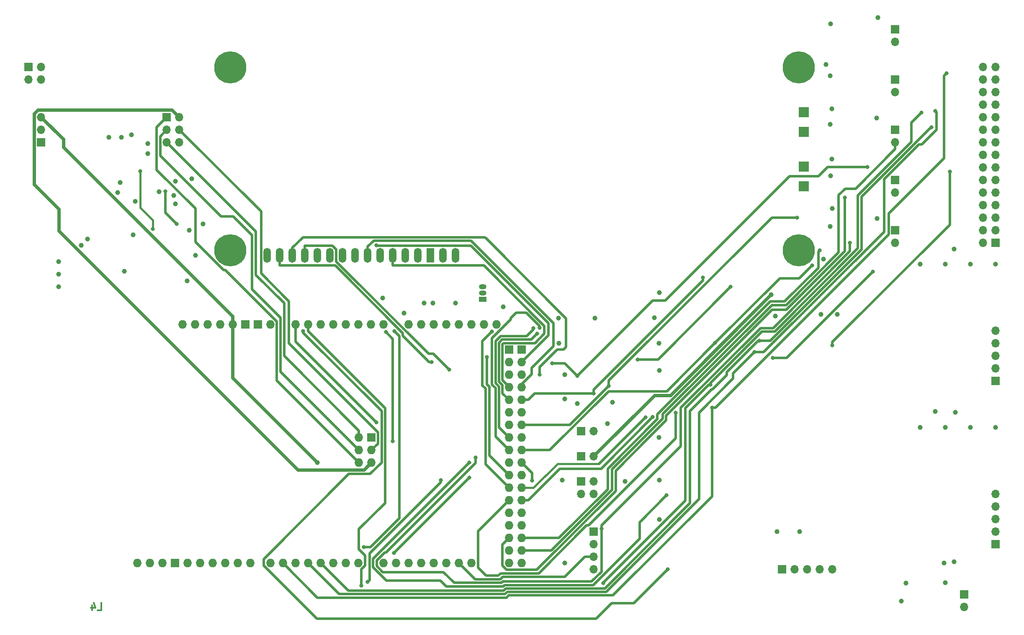
<source format=gbr>
%TF.GenerationSoftware,KiCad,Pcbnew,(6.0.10)*%
%TF.CreationDate,2023-01-25T18:59:45+01:00*%
%TF.ProjectId,MagicGame,4d616769-6347-4616-9d65-2e6b69636164,1.0*%
%TF.SameCoordinates,Original*%
%TF.FileFunction,Copper,L4,Bot*%
%TF.FilePolarity,Positive*%
%FSLAX46Y46*%
G04 Gerber Fmt 4.6, Leading zero omitted, Abs format (unit mm)*
G04 Created by KiCad (PCBNEW (6.0.10)) date 2023-01-25 18:59:45*
%MOMM*%
%LPD*%
G01*
G04 APERTURE LIST*
%ADD10C,0.300000*%
%TA.AperFunction,NonConductor*%
%ADD11C,0.300000*%
%TD*%
%TA.AperFunction,ComponentPad*%
%ADD12R,1.700000X1.700000*%
%TD*%
%TA.AperFunction,ComponentPad*%
%ADD13O,1.700000X1.700000*%
%TD*%
%TA.AperFunction,ComponentPad*%
%ADD14R,1.500000X1.050000*%
%TD*%
%TA.AperFunction,ComponentPad*%
%ADD15O,1.500000X1.050000*%
%TD*%
%TA.AperFunction,ComponentPad*%
%ADD16C,6.500000*%
%TD*%
%TA.AperFunction,ComponentPad*%
%ADD17R,1.500000X3.000000*%
%TD*%
%TA.AperFunction,ComponentPad*%
%ADD18O,1.500000X3.000000*%
%TD*%
%TA.AperFunction,ComponentPad*%
%ADD19R,2.000000X2.000000*%
%TD*%
%TA.AperFunction,ComponentPad*%
%ADD20O,1.727200X1.727200*%
%TD*%
%TA.AperFunction,ComponentPad*%
%ADD21R,1.727200X1.727200*%
%TD*%
%TA.AperFunction,ViaPad*%
%ADD22C,1.000000*%
%TD*%
%TA.AperFunction,ViaPad*%
%ADD23C,0.800000*%
%TD*%
%TA.AperFunction,Conductor*%
%ADD24C,0.500000*%
%TD*%
%TA.AperFunction,Conductor*%
%ADD25C,0.700000*%
%TD*%
%TA.AperFunction,Conductor*%
%ADD26C,0.400000*%
%TD*%
%TA.AperFunction,Conductor*%
%ADD27C,0.450000*%
%TD*%
G04 APERTURE END LIST*
D10*
D11*
X67313571Y-150538571D02*
X68027857Y-150538571D01*
X68027857Y-149038571D01*
X66170714Y-149538571D02*
X66170714Y-150538571D01*
X66527857Y-148967142D02*
X66885000Y-150038571D01*
X65956428Y-150038571D01*
D12*
%TO.P,J2,1,Pin_1*%
%TO.N,GND*%
X167640000Y-134620000D03*
D13*
%TO.P,J2,2,Pin_2*%
%TO.N,I2C_SCL*%
X167640000Y-137160000D03*
%TO.P,J2,3,Pin_3*%
%TO.N,I2C_SDA*%
X167640000Y-139700000D03*
%TO.P,J2,4,Pin_4*%
%TO.N,Net-(J2-Pad4)*%
X167640000Y-142240000D03*
%TD*%
D12*
%TO.P,J9,1,Pin_1*%
%TO.N,GND*%
X242570000Y-147320000D03*
D13*
%TO.P,J9,2,Pin_2*%
%TO.N,SW_START*%
X242570000Y-149860000D03*
%TD*%
D12*
%TO.P,J11,1,Pin_1*%
%TO.N,GND*%
X228600000Y-53340000D03*
D13*
%TO.P,J11,2,Pin_2*%
%TO.N,SW_LIMIT_AZ_R*%
X228600000Y-55880000D03*
%TD*%
D12*
%TO.P,J12,1,Pin_1*%
%TO.N,GND*%
X228600000Y-63500000D03*
D13*
%TO.P,J12,2,Pin_2*%
%TO.N,SW_LIMIT_EL_B*%
X228600000Y-66040000D03*
%TD*%
D14*
%TO.P,Q1,1,E*%
%TO.N,GND*%
X145140000Y-87630000D03*
D15*
%TO.P,Q1,2,B*%
%TO.N,Net-(C22-Pad2)*%
X145140000Y-86360000D03*
%TO.P,Q1,3,C*%
%TO.N,Net-(Q1-Pad3)*%
X145140000Y-85090000D03*
%TD*%
D12*
%TO.P,J8,1,Pin_1*%
%TO.N,GND*%
X228600000Y-33020000D03*
D13*
%TO.P,J8,2,Pin_2*%
%TO.N,RESET*%
X228600000Y-35560000D03*
%TD*%
D12*
%TO.P,J13,1,Pin_1*%
%TO.N,GND*%
X228600000Y-73660000D03*
D13*
%TO.P,J13,2,Pin_2*%
%TO.N,SW_LIMIT_EL_T*%
X228600000Y-76200000D03*
%TD*%
D12*
%TO.P,J16,1,Pin_1*%
%TO.N,+5V*%
X165100000Y-114300000D03*
D13*
%TO.P,J16,2,Pin_2*%
X167640000Y-114300000D03*
%TD*%
D12*
%TO.P,J14,1,Pin_1*%
%TO.N,GND*%
X165100000Y-124460000D03*
D13*
%TO.P,J14,2,Pin_2*%
X167640000Y-124460000D03*
%TO.P,J14,3,Pin_3*%
X165100000Y-127000000D03*
%TO.P,J14,4,Pin_4*%
X167640000Y-127000000D03*
%TD*%
D12*
%TO.P,J7,1,Pin_1*%
%TO.N,GND*%
X248920000Y-76200000D03*
D13*
%TO.P,J7,2,Pin_2*%
%TO.N,Net-(J7-Pad2)*%
X246380000Y-76200000D03*
%TO.P,J7,3,Pin_3*%
%TO.N,GND*%
X248920000Y-73660000D03*
%TO.P,J7,4,Pin_4*%
%TO.N,Net-(J7-Pad4)*%
X246380000Y-73660000D03*
%TO.P,J7,5,Pin_5*%
%TO.N,GND*%
X248920000Y-71120000D03*
%TO.P,J7,6,Pin_6*%
%TO.N,Net-(J7-Pad6)*%
X246380000Y-71120000D03*
%TO.P,J7,7,Pin_7*%
%TO.N,GND*%
X248920000Y-68580000D03*
%TO.P,J7,8,Pin_8*%
%TO.N,Net-(J7-Pad8)*%
X246380000Y-68580000D03*
%TO.P,J7,9,Pin_9*%
%TO.N,GND*%
X248920000Y-66040000D03*
%TO.P,J7,10,Pin_10*%
%TO.N,Net-(J7-Pad10)*%
X246380000Y-66040000D03*
%TO.P,J7,11,Pin_11*%
%TO.N,GND*%
X248920000Y-63500000D03*
%TO.P,J7,12,Pin_12*%
%TO.N,Net-(J7-Pad12)*%
X246380000Y-63500000D03*
%TO.P,J7,13,Pin_13*%
%TO.N,GND*%
X248920000Y-60960000D03*
%TO.P,J7,14,Pin_14*%
%TO.N,Net-(J7-Pad14)*%
X246380000Y-60960000D03*
%TO.P,J7,15,Pin_15*%
%TO.N,GND*%
X248920000Y-58420000D03*
%TO.P,J7,16,Pin_16*%
%TO.N,Net-(J7-Pad16)*%
X246380000Y-58420000D03*
%TO.P,J7,17,Pin_17*%
%TO.N,GND*%
X248920000Y-55880000D03*
%TO.P,J7,18,Pin_18*%
%TO.N,Net-(J7-Pad18)*%
X246380000Y-55880000D03*
%TO.P,J7,19,Pin_19*%
%TO.N,GND*%
X248920000Y-53340000D03*
%TO.P,J7,20,Pin_20*%
%TO.N,Net-(J7-Pad20)*%
X246380000Y-53340000D03*
%TO.P,J7,21,Pin_21*%
%TO.N,GND*%
X248920000Y-50800000D03*
%TO.P,J7,22,Pin_22*%
%TO.N,Net-(J7-Pad22)*%
X246380000Y-50800000D03*
%TO.P,J7,23,Pin_23*%
%TO.N,GND*%
X248920000Y-48260000D03*
%TO.P,J7,24,Pin_24*%
%TO.N,Net-(J7-Pad24)*%
X246380000Y-48260000D03*
%TO.P,J7,25,Pin_25*%
%TO.N,GND*%
X248920000Y-45720000D03*
%TO.P,J7,26,Pin_26*%
%TO.N,Net-(J7-Pad26)*%
X246380000Y-45720000D03*
%TO.P,J7,27,Pin_27*%
%TO.N,GND*%
X248920000Y-43180000D03*
%TO.P,J7,28,Pin_28*%
%TO.N,Net-(J7-Pad28)*%
X246380000Y-43180000D03*
%TO.P,J7,29,Pin_29*%
%TO.N,GND*%
X248920000Y-40640000D03*
%TO.P,J7,30,Pin_30*%
%TO.N,Net-(J7-Pad30)*%
X246380000Y-40640000D03*
%TD*%
D12*
%TO.P,J4,1,Pin_1*%
%TO.N,+5V*%
X248920000Y-104140000D03*
D13*
%TO.P,J4,2,Pin_2*%
%TO.N,Net-(J4-Pad2)*%
X248920000Y-101600000D03*
%TO.P,J4,3,Pin_3*%
%TO.N,Net-(J4-Pad3)*%
X248920000Y-99060000D03*
%TO.P,J4,4,Pin_4*%
%TO.N,Net-(J4-Pad4)*%
X248920000Y-96520000D03*
%TO.P,J4,5,Pin_5*%
%TO.N,Net-(J4-Pad5)*%
X248920000Y-93980000D03*
%TD*%
D12*
%TO.P,J17,1,Pin_1*%
%TO.N,+3.3V*%
X165100000Y-119380000D03*
D13*
%TO.P,J17,2,Pin_2*%
X167640000Y-119380000D03*
%TD*%
D12*
%TO.P,J3,1,Pin_1*%
%TO.N,ICSP_MISO*%
X81280000Y-50800000D03*
D13*
%TO.P,J3,2,Pin_2*%
%TO.N,ICSP_5V*%
X83820000Y-50800000D03*
%TO.P,J3,3,Pin_3*%
%TO.N,ICSP_SCK*%
X81280000Y-53340000D03*
%TO.P,J3,4,Pin_4*%
%TO.N,ICSP_MOSI*%
X83820000Y-53340000D03*
%TO.P,J3,5,Pin_5*%
%TO.N,ICSP_RST*%
X81280000Y-55880000D03*
%TO.P,J3,6,Pin_6*%
%TO.N,ICSP_GND*%
X83820000Y-55880000D03*
%TD*%
D12*
%TO.P,J15,1,Pin_1*%
%TO.N,GND*%
X53340000Y-40640000D03*
D13*
%TO.P,J15,2,Pin_2*%
X55880000Y-40640000D03*
%TO.P,J15,3,Pin_3*%
X53340000Y-43180000D03*
%TO.P,J15,4,Pin_4*%
X55880000Y-43180000D03*
%TD*%
D16*
%TO.P,U4,*%
%TO.N,*%
X209120000Y-40740000D03*
X94120000Y-40740000D03*
X209120000Y-77740000D03*
X94120000Y-77740000D03*
D17*
%TO.P,U4,1,VSS*%
%TO.N,GND*%
X134620000Y-78740000D03*
D18*
%TO.P,U4,2,VDD*%
%TO.N,+5V*%
X132080000Y-78740000D03*
%TO.P,U4,3,VO*%
%TO.N,Net-(C21-Pad2)*%
X129540000Y-78740000D03*
%TO.P,U4,4,RS*%
%TO.N,LCD_RS*%
X127000000Y-78740000D03*
%TO.P,U4,5,R/~{W}*%
%TO.N,Net-(R64-Pad2)*%
X124460000Y-78740000D03*
%TO.P,U4,6,E*%
%TO.N,LCD_EN*%
X121920000Y-78740000D03*
%TO.P,U4,7,DB0*%
%TO.N,unconnected-(U4-Pad7)*%
X119380000Y-78740000D03*
%TO.P,U4,8,DB1*%
%TO.N,unconnected-(U4-Pad8)*%
X116840000Y-78740000D03*
%TO.P,U4,9,DB2*%
%TO.N,unconnected-(U4-Pad9)*%
X114300000Y-78740000D03*
%TO.P,U4,10,DB3*%
%TO.N,unconnected-(U4-Pad10)*%
X111760000Y-78740000D03*
%TO.P,U4,11,DB4*%
%TO.N,LCD_D4*%
X109220000Y-78740000D03*
%TO.P,U4,12,DB5*%
%TO.N,LCD_D5*%
X106680000Y-78740000D03*
%TO.P,U4,13,DB6*%
%TO.N,LCD_D6*%
X104140000Y-78740000D03*
%TO.P,U4,14,DB7*%
%TO.N,LCD_D7*%
X101600000Y-78740000D03*
%TO.P,U4,15,A/VEE*%
%TO.N,Net-(R65-Pad1)*%
X137160000Y-78740000D03*
%TO.P,U4,16,K*%
%TO.N,Net-(Q1-Pad3)*%
X139700000Y-78740000D03*
D19*
%TO.P,U4,A1,A1*%
%TO.N,unconnected-(U4-PadA1)*%
X210120000Y-64740000D03*
%TO.P,U4,A2,A2*%
%TO.N,unconnected-(U4-PadA2)*%
X210120000Y-53740000D03*
%TO.P,U4,K1,K1*%
%TO.N,unconnected-(U4-PadK1)*%
X210120000Y-60740000D03*
%TO.P,U4,K2,K2*%
%TO.N,unconnected-(U4-PadK2)*%
X210120000Y-49740000D03*
%TD*%
D12*
%TO.P,JP1,1,A*%
%TO.N,/VBUS_filtered*%
X55880000Y-55880000D03*
D13*
%TO.P,JP1,2,C*%
%TO.N,+5V*%
X55880000Y-53340000D03*
%TO.P,JP1,3,B*%
%TO.N,5V_ARDUINO*%
X55880000Y-50800000D03*
%TD*%
D12*
%TO.P,J5,1,Pin_1*%
%TO.N,+5V*%
X248920000Y-137160000D03*
D13*
%TO.P,J5,2,Pin_2*%
%TO.N,Net-(J5-Pad2)*%
X248920000Y-134620000D03*
%TO.P,J5,3,Pin_3*%
%TO.N,Net-(J5-Pad3)*%
X248920000Y-132080000D03*
%TO.P,J5,4,Pin_4*%
%TO.N,Net-(J5-Pad4)*%
X248920000Y-129540000D03*
%TO.P,J5,5,Pin_5*%
%TO.N,Net-(J5-Pad5)*%
X248920000Y-127000000D03*
%TD*%
D12*
%TO.P,J10,1,Pin_1*%
%TO.N,GND*%
X228600000Y-43180000D03*
D13*
%TO.P,J10,2,Pin_2*%
%TO.N,SW_LIMIT_AZ_L*%
X228600000Y-45720000D03*
%TD*%
D12*
%TO.P,J6,1,Pin_1*%
%TO.N,Net-(J6-Pad1)*%
X205740000Y-142240000D03*
D13*
%TO.P,J6,2,Pin_2*%
%TO.N,Net-(J6-Pad2)*%
X208280000Y-142240000D03*
%TO.P,J6,3,Pin_3*%
%TO.N,JOY_X*%
X210820000Y-142240000D03*
%TO.P,J6,4,Pin_4*%
%TO.N,JOY_Y*%
X213360000Y-142240000D03*
%TO.P,J6,5,Pin_5*%
%TO.N,JOY_SW*%
X215900000Y-142240000D03*
%TD*%
D20*
%TO.P,XA1,*%
%TO.N,*%
X84450000Y-92710000D03*
%TO.P,XA1,3V3,3.3V*%
%TO.N,+3.3V*%
X92070000Y-92710000D03*
%TO.P,XA1,5V1,5V*%
%TO.N,5V_ARDUINO*%
X94610000Y-92710000D03*
%TO.P,XA1,5V2,SPI_5V*%
%TO.N,ICSP_5V*%
X122677000Y-120650000D03*
%TO.P,XA1,5V3,5V*%
%TO.N,5V_ARDUINO*%
X150490000Y-140970000D03*
%TO.P,XA1,5V4,5V*%
X153030000Y-140970000D03*
%TO.P,XA1,A0,A0*%
%TO.N,/JOY_AZ*%
X107310000Y-92710000D03*
%TO.P,XA1,A1,A1*%
%TO.N,/JOY_EL*%
X109850000Y-92710000D03*
%TO.P,XA1,A2,A2*%
%TO.N,/JOY_START*%
X112390000Y-92710000D03*
%TO.P,XA1,A3,A3*%
%TO.N,unconnected-(XA1-PadA3)*%
X114930000Y-92710000D03*
%TO.P,XA1,A4,A4*%
%TO.N,unconnected-(XA1-PadA4)*%
X117470000Y-92710000D03*
%TO.P,XA1,A5,A5*%
%TO.N,unconnected-(XA1-PadA5)*%
X120010000Y-92710000D03*
%TO.P,XA1,A6,A6*%
%TO.N,unconnected-(XA1-PadA6)*%
X122550000Y-92710000D03*
%TO.P,XA1,A7,A7*%
%TO.N,unconnected-(XA1-PadA7)*%
X125090000Y-92710000D03*
%TO.P,XA1,A8,A8*%
%TO.N,unconnected-(XA1-PadA8)*%
X130170000Y-92710000D03*
%TO.P,XA1,A9,A9*%
%TO.N,unconnected-(XA1-PadA9)*%
X132710000Y-92710000D03*
%TO.P,XA1,A10,A10*%
%TO.N,unconnected-(XA1-PadA10)*%
X135250000Y-92710000D03*
%TO.P,XA1,A11,A11*%
%TO.N,unconnected-(XA1-PadA11)*%
X137790000Y-92710000D03*
%TO.P,XA1,A12,A12*%
%TO.N,unconnected-(XA1-PadA12)*%
X140330000Y-92710000D03*
%TO.P,XA1,A13,A13*%
%TO.N,unconnected-(XA1-PadA13)*%
X142870000Y-92710000D03*
%TO.P,XA1,A14,A14*%
%TO.N,LCD_CO*%
X145410000Y-92710000D03*
%TO.P,XA1,A15,A15*%
%TO.N,LCD_BL*%
X147950000Y-92710000D03*
%TO.P,XA1,AREF,AREF*%
%TO.N,unconnected-(XA1-PadAREF)*%
X80386000Y-140970000D03*
%TO.P,XA1,D0,D0_RX0*%
%TO.N,USB_UART_TX*%
X120010000Y-140970000D03*
%TO.P,XA1,D1,D1_TX0*%
%TO.N,USB_UART_RX*%
X117470000Y-140970000D03*
%TO.P,XA1,D2,D2_INT0*%
%TO.N,LED_PROGRESS1*%
X114930000Y-140970000D03*
%TO.P,XA1,D3,D3_INT1*%
%TO.N,LED_PROGRESS2*%
X112390000Y-140970000D03*
%TO.P,XA1,D4,D4*%
%TO.N,LED_PROGRESS3*%
X109850000Y-140970000D03*
%TO.P,XA1,D5,D5*%
%TO.N,LED_PROGRESS4*%
X107310000Y-140970000D03*
%TO.P,XA1,D6,D6*%
%TO.N,LED_PROGRESS5*%
X104770000Y-140970000D03*
%TO.P,XA1,D7,D7*%
%TO.N,unconnected-(XA1-PadD7)*%
X102230000Y-140970000D03*
%TO.P,XA1,D8,D8*%
%TO.N,unconnected-(XA1-PadD8)*%
X98166000Y-140970000D03*
%TO.P,XA1,D9,D9*%
%TO.N,unconnected-(XA1-PadD9)*%
X95626000Y-140970000D03*
%TO.P,XA1,D10,D10*%
%TO.N,unconnected-(XA1-PadD10)*%
X93086000Y-140970000D03*
%TO.P,XA1,D11,D11*%
%TO.N,unconnected-(XA1-PadD11)*%
X90546000Y-140970000D03*
%TO.P,XA1,D12,D12*%
%TO.N,unconnected-(XA1-PadD12)*%
X88006000Y-140970000D03*
%TO.P,XA1,D13,D13*%
%TO.N,unconnected-(XA1-PadD13)*%
X85466000Y-140970000D03*
%TO.P,XA1,D14,D14_TX3*%
%TO.N,unconnected-(XA1-PadD14)*%
X125090000Y-140970000D03*
%TO.P,XA1,D15,D15_RX3*%
%TO.N,unconnected-(XA1-PadD15)*%
X127630000Y-140970000D03*
%TO.P,XA1,D16,D16_TX2*%
%TO.N,unconnected-(XA1-PadD16)*%
X130170000Y-140970000D03*
%TO.P,XA1,D17,D17_RX2*%
%TO.N,unconnected-(XA1-PadD17)*%
X132710000Y-140970000D03*
%TO.P,XA1,D18,D18_TX1*%
%TO.N,unconnected-(XA1-PadD18)*%
X135250000Y-140970000D03*
%TO.P,XA1,D19,D19_RX1*%
%TO.N,unconnected-(XA1-PadD19)*%
X137790000Y-140970000D03*
%TO.P,XA1,D20,D20_SDA*%
%TO.N,I2C_SDA*%
X140330000Y-140970000D03*
%TO.P,XA1,D21,D21_SCL*%
%TO.N,I2C_SCL*%
X142870000Y-140970000D03*
%TO.P,XA1,D22,D22*%
%TO.N,SW_LIMIT_AZ_L*%
X150490000Y-138430000D03*
%TO.P,XA1,D23,D23*%
%TO.N,SW_LIMIT_AZ_R*%
X153030000Y-138430000D03*
%TO.P,XA1,D24,D24*%
%TO.N,SW_LIMIT_EL_B*%
X150490000Y-135890000D03*
%TO.P,XA1,D25,D25*%
%TO.N,SW_LIMIT_EL_T*%
X153030000Y-135890000D03*
%TO.P,XA1,D26,D26*%
%TO.N,SW_START*%
X150490000Y-133350000D03*
%TO.P,XA1,D27,D27*%
%TO.N,unconnected-(XA1-PadD27)*%
X153030000Y-133350000D03*
%TO.P,XA1,D28,D28*%
%TO.N,unconnected-(XA1-PadD28)*%
X150490000Y-130810000D03*
%TO.P,XA1,D29,D29*%
%TO.N,unconnected-(XA1-PadD29)*%
X153030000Y-130810000D03*
%TO.P,XA1,D30,D30*%
%TO.N,MOTOR1_A+*%
X150490000Y-128270000D03*
%TO.P,XA1,D31,D31*%
%TO.N,MOTOR1_B+*%
X153030000Y-128270000D03*
%TO.P,XA1,D32,D32*%
%TO.N,MOTOR1_A-*%
X150490000Y-125730000D03*
%TO.P,XA1,D33,D33*%
%TO.N,MOTOR1_B-*%
X153030000Y-125730000D03*
%TO.P,XA1,D34,D34*%
%TO.N,MOTOR2_A+*%
X150490000Y-123190000D03*
%TO.P,XA1,D35,D35*%
%TO.N,MOTOR2_B+*%
X153030000Y-123190000D03*
%TO.P,XA1,D36,D36*%
%TO.N,MOTOR2_A-*%
X150490000Y-120650000D03*
%TO.P,XA1,D37,D37*%
%TO.N,MOTOR2_B-*%
X153030000Y-120650000D03*
%TO.P,XA1,D38,D38*%
%TO.N,LED_AZ_LEFT*%
X150490000Y-118110000D03*
%TO.P,XA1,D39,D39*%
%TO.N,LED_AZ_CENTER*%
X153030000Y-118110000D03*
%TO.P,XA1,D40,D40*%
%TO.N,LED_AZ_RIGHT*%
X150490000Y-115570000D03*
%TO.P,XA1,D41,D41*%
%TO.N,unconnected-(XA1-PadD41)*%
X153030000Y-115570000D03*
%TO.P,XA1,D42,D42*%
%TO.N,LED_EL_BOTTOM*%
X150490000Y-113030000D03*
%TO.P,XA1,D43,D43*%
%TO.N,LED_EL_CENTER*%
X153030000Y-113030000D03*
%TO.P,XA1,D44,D44*%
%TO.N,LED_EL_TOP*%
X150490000Y-110490000D03*
%TO.P,XA1,D45,D45*%
%TO.N,unconnected-(XA1-PadD45)*%
X153030000Y-110490000D03*
%TO.P,XA1,D46,D46*%
%TO.N,LED_OK*%
X150490000Y-107950000D03*
%TO.P,XA1,D47,D47*%
%TO.N,LED_ERROR*%
X153030000Y-107950000D03*
%TO.P,XA1,D48,D48*%
%TO.N,LCD_RS*%
X150490000Y-105410000D03*
%TO.P,XA1,D49,D49*%
%TO.N,LCD_EN*%
X153030000Y-105410000D03*
%TO.P,XA1,D50,D50*%
%TO.N,LCD_D4*%
X150490000Y-102870000D03*
%TO.P,XA1,D51,D51*%
%TO.N,LCD_D5*%
X153030000Y-102870000D03*
%TO.P,XA1,D52,D52*%
%TO.N,LCD_D6*%
X150490000Y-100330000D03*
%TO.P,XA1,D53,D53_SS*%
%TO.N,LCD_D7*%
X153030000Y-100330000D03*
D21*
%TO.P,XA1,GND1,GND*%
%TO.N,GND*%
X82926000Y-140970000D03*
%TO.P,XA1,GND2,GND*%
X97150000Y-92710000D03*
%TO.P,XA1,GND3,GND*%
X99690000Y-92710000D03*
%TO.P,XA1,GND4,SPI_GND*%
%TO.N,ICSP_GND*%
X122677000Y-115570000D03*
%TO.P,XA1,GND5,GND*%
%TO.N,GND*%
X150490000Y-97790000D03*
%TO.P,XA1,GND6,GND*%
X153030000Y-97790000D03*
D20*
%TO.P,XA1,IORF,IOREF*%
%TO.N,unconnected-(XA1-PadIORF)*%
X86990000Y-92710000D03*
%TO.P,XA1,MISO,SPI_MISO*%
%TO.N,ICSP_MISO*%
X120137000Y-120650000D03*
%TO.P,XA1,MOSI,SPI_MOSI*%
%TO.N,ICSP_MOSI*%
X122677000Y-118110000D03*
%TO.P,XA1,RST1,RESET*%
%TO.N,RESET*%
X89530000Y-92710000D03*
%TO.P,XA1,RST2,SPI_RESET*%
%TO.N,ICSP_RST*%
X120137000Y-115570000D03*
%TO.P,XA1,SCK,SPI_SCK*%
%TO.N,ICSP_SCK*%
X120137000Y-118110000D03*
%TO.P,XA1,SCL,SCL*%
%TO.N,unconnected-(XA1-PadSCL)*%
X75306000Y-140970000D03*
%TO.P,XA1,SDA,SDA*%
%TO.N,unconnected-(XA1-PadSDA)*%
X77846000Y-140970000D03*
%TO.P,XA1,VIN,VIN*%
%TO.N,unconnected-(XA1-PadVIN)*%
X102230000Y-92710000D03*
%TD*%
D22*
%TO.N,GND*%
X179909000Y-91347500D03*
X135128000Y-88392000D03*
X59436000Y-85090000D03*
X79736000Y-65895000D03*
X71374000Y-66040000D03*
X74168000Y-54356000D03*
X180848000Y-115570000D03*
X69596000Y-54864000D03*
X204724000Y-134620000D03*
X164338000Y-108712000D03*
X215530000Y-62620100D03*
X215455000Y-52185000D03*
X149352000Y-89154000D03*
X88646000Y-72390000D03*
X238695000Y-144916000D03*
X82687600Y-66610900D03*
X87122000Y-78740000D03*
X129286000Y-90424000D03*
X230745000Y-144988000D03*
X72136000Y-54864000D03*
X71882000Y-64008000D03*
X180872000Y-86237000D03*
X59436000Y-82550000D03*
X160608000Y-96520000D03*
X160528000Y-91440000D03*
X225107000Y-30637600D03*
X215526000Y-31920300D03*
X180889000Y-132141000D03*
X64008000Y-76708000D03*
X180848000Y-96520000D03*
X86360000Y-63246000D03*
X236734000Y-110296000D03*
X215482000Y-72903200D03*
X204380000Y-91039300D03*
X171450000Y-108458000D03*
X173990000Y-124460000D03*
X124968000Y-87376000D03*
X224826000Y-50981300D03*
X59436000Y-80010000D03*
X83058000Y-63754000D03*
X65278000Y-75438000D03*
X215433000Y-42397300D03*
X224965000Y-71310000D03*
X161290000Y-124206000D03*
X213614000Y-90678000D03*
X180874000Y-124166000D03*
X161735000Y-107778500D03*
X180878000Y-102039000D03*
X216916000Y-90678000D03*
X83058000Y-68326000D03*
X161735000Y-102843000D03*
X238506000Y-140970000D03*
%TO.N,+5V*%
X240792000Y-110490000D03*
X243840000Y-113538000D03*
X240538000Y-77470000D03*
X209296000Y-134620000D03*
X85840400Y-73679700D03*
X161735000Y-140970000D03*
X238760000Y-80518000D03*
X77470000Y-56134000D03*
X72715200Y-81915200D03*
X248920000Y-113538000D03*
X214630000Y-40132000D03*
X167894000Y-91440000D03*
X139700000Y-88392000D03*
X248920000Y-80518000D03*
X215853000Y-69258500D03*
X74930000Y-67818000D03*
X74445400Y-74589600D03*
X243840000Y-80518000D03*
X238760000Y-113538000D03*
X77470000Y-58166000D03*
X215822000Y-49127500D03*
X240538000Y-140716000D03*
X215816000Y-59263300D03*
X170434000Y-112776000D03*
X85389400Y-83923500D03*
X233680000Y-113538000D03*
X229880000Y-148683000D03*
X133350000Y-88392000D03*
X214122000Y-79502000D03*
X233680000Y-80518000D03*
D23*
%TO.N,LED_OK*%
X176479000Y-99766400D03*
X195326000Y-85090000D03*
X156226000Y-94541300D03*
%TO.N,LED_ERROR*%
X167640000Y-106680000D03*
X189743000Y-83242500D03*
%TO.N,LED_AZ_LEFT*%
X203840000Y-99442700D03*
X156705000Y-93395300D03*
X224057000Y-82013200D03*
%TO.N,LED_AZ_CENTER*%
X211853000Y-80748400D03*
X192206000Y-96451800D03*
%TO.N,LED_AZ_RIGHT*%
X155448000Y-93472000D03*
X239632000Y-61803400D03*
X215914000Y-96959400D03*
%TO.N,LED_EL_BOTTOM*%
X143764000Y-119634000D03*
X219456000Y-76200000D03*
X169212000Y-133973000D03*
%TO.N,LED_EL_CENTER*%
X170688000Y-105156000D03*
X208737000Y-71067900D03*
%TO.N,LED_EL_TOP*%
X222978000Y-60862000D03*
X164338000Y-103124000D03*
X159258000Y-100584000D03*
%TO.N,LED_PROGRESS1*%
X127282000Y-94040400D03*
X121136000Y-137757000D03*
%TO.N,LED_PROGRESS2*%
X235934532Y-52800532D03*
X201168000Y-96012000D03*
%TO.N,LED_PROGRESS3*%
X200152000Y-98298000D03*
X236728000Y-49530000D03*
%TO.N,LED_PROGRESS4*%
X191262000Y-104902000D03*
X233916000Y-49821200D03*
X169564000Y-145034000D03*
%TO.N,LED_PROGRESS5*%
X239014000Y-41910000D03*
X191544000Y-109504000D03*
%TO.N,SW_LIMIT_AZ_L*%
X127000000Y-116332000D03*
X125589000Y-94218000D03*
%TO.N,SW_LIMIT_EL_B*%
X218424000Y-67079800D03*
%TO.N,SW_LIMIT_EL_T*%
X213360000Y-77724000D03*
D22*
%TO.N,5V_ARDUINO*%
X111748000Y-120662000D03*
D23*
%TO.N,Net-(R6-Pad1)*%
X78486000Y-73406000D03*
X75946000Y-61722000D03*
%TO.N,Net-(R7-Pad1)*%
X83312000Y-72390000D03*
X81026000Y-65786000D03*
%TO.N,MOTOR1_A+*%
X184220000Y-110529000D03*
%TO.N,MOTOR1_B+*%
X179570000Y-111433000D03*
%TO.N,MOTOR1_A-*%
X147002000Y-94175800D03*
%TO.N,MOTOR1_B-*%
X178083000Y-111532000D03*
%TO.N,MOTOR2_A+*%
X146050000Y-99314000D03*
%TO.N,MOTOR2_A-*%
X182372000Y-127254000D03*
X142489000Y-120650000D03*
%TO.N,MOTOR2_B-*%
X155145000Y-124309000D03*
%TO.N,LCD_D4*%
X138430000Y-101854000D03*
%TO.N,LCD_D5*%
X156718000Y-102870000D03*
%TO.N,LCD_D6*%
X134825000Y-100330000D03*
%TO.N,LCD_D7*%
X123698000Y-76708000D03*
D22*
%TO.N,+3.3V*%
X203488000Y-86722400D03*
D23*
%TO.N,SW_START*%
X136716000Y-124169000D03*
X121920000Y-144780000D03*
%TO.N,/JOY_AZ*%
X127254000Y-138938000D03*
X123698000Y-112522000D03*
X142494000Y-123698000D03*
%TO.N,/JOY_EL*%
X120650000Y-145542000D03*
%TO.N,/JOY_START*%
X182626000Y-142240000D03*
X108865000Y-94069900D03*
%TD*%
D24*
%TO.N,LED_OK*%
X176479000Y-99766400D02*
X180649600Y-99766400D01*
X148468000Y-96397700D02*
X149097000Y-95768900D01*
X150490000Y-107950000D02*
X149168000Y-106628000D01*
X149168000Y-104984000D02*
X148468000Y-104284000D01*
X180649600Y-99766400D02*
X195326000Y-85090000D01*
X149168000Y-106628000D02*
X149168000Y-104984000D01*
X149097000Y-95768900D02*
X154999000Y-95768900D01*
X154999000Y-95768900D02*
X156226000Y-94541300D01*
X148468000Y-104284000D02*
X148468000Y-96397700D01*
%TO.N,LED_ERROR*%
X167640000Y-106680000D02*
X155664000Y-106680000D01*
X189743000Y-83815000D02*
X167640000Y-105918000D01*
X153030000Y-107950000D02*
X154394000Y-107950000D01*
X189743000Y-83242500D02*
X189743000Y-83815000D01*
X167640000Y-105918000D02*
X167640000Y-106680000D01*
X154394000Y-107950000D02*
X155664000Y-106680000D01*
%TO.N,LED_AZ_LEFT*%
X147068000Y-104865000D02*
X147768000Y-105564000D01*
X147768000Y-105564000D02*
X147768000Y-115388000D01*
X147768000Y-115388000D02*
X150490000Y-118110000D01*
X156705000Y-93395300D02*
X156705000Y-93061900D01*
X156705000Y-93061900D02*
X154003000Y-90360000D01*
X203840000Y-99442700D02*
X206666000Y-99442700D01*
X154003000Y-90360000D02*
X151956000Y-90360000D01*
X206666000Y-99442700D02*
X224057000Y-82052200D01*
X150876000Y-91440000D02*
X150876000Y-91645300D01*
X224057000Y-82052200D02*
X224057000Y-82013200D01*
X147068000Y-95453300D02*
X147068000Y-104865000D01*
X151956000Y-90360000D02*
X150876000Y-91440000D01*
X150876000Y-91645300D02*
X147068000Y-95453300D01*
%TO.N,LED_AZ_CENTER*%
X205276000Y-83381400D02*
X209220000Y-83381400D01*
X158736000Y-118110000D02*
X170625000Y-106221000D01*
X170625000Y-106221000D02*
X182436000Y-106221000D01*
X209220000Y-83381400D02*
X211853000Y-80748400D01*
X182436000Y-106221000D02*
X192206000Y-96451800D01*
X153030000Y-118110000D02*
X158736000Y-118110000D01*
X192206000Y-96451800D02*
X205276000Y-83381400D01*
%TO.N,LED_AZ_RIGHT*%
X147768000Y-104574000D02*
X147768000Y-96107600D01*
X155448000Y-93726000D02*
X155448000Y-93472000D01*
X150490000Y-115570000D02*
X148468000Y-113548000D01*
X215914000Y-96959400D02*
X215914000Y-96252000D01*
X148468000Y-105274000D02*
X147768000Y-104574000D01*
X147768000Y-96107600D02*
X148807000Y-95068800D01*
X148807000Y-95068800D02*
X154105000Y-95068800D01*
X154105000Y-95068800D02*
X155448000Y-93726000D01*
X148468000Y-113548000D02*
X148468000Y-105274000D01*
X239632000Y-72534000D02*
X239632000Y-61803400D01*
X215914000Y-96252000D02*
X239632000Y-72534000D01*
%TO.N,LED_EL_BOTTOM*%
X123725000Y-141549000D02*
X124954000Y-142778000D01*
X219456000Y-76200000D02*
X219456000Y-77912000D01*
X125338000Y-138828000D02*
X123725000Y-140441000D01*
X203949000Y-93419000D02*
X201385000Y-93419000D01*
X125655000Y-138828000D02*
X125338000Y-138828000D01*
X143764000Y-119634000D02*
X143764000Y-120719000D01*
X124954000Y-142778000D02*
X137190000Y-142778000D01*
X167202000Y-144710000D02*
X169212000Y-142700000D01*
X219456000Y-77912000D02*
X203949000Y-93419000D01*
X185233000Y-117297000D02*
X169212000Y-133317000D01*
X139384000Y-144972000D02*
X149010000Y-144972000D01*
X143764000Y-120719000D02*
X125655000Y-138828000D01*
X201385000Y-93419000D02*
X185233000Y-109571000D01*
X169212000Y-133317000D02*
X169212000Y-133973000D01*
X149010000Y-144972000D02*
X149272000Y-144710000D01*
X123725000Y-140441000D02*
X123725000Y-141549000D01*
X137190000Y-142778000D02*
X139384000Y-144972000D01*
X149272000Y-144710000D02*
X167202000Y-144710000D01*
X185233000Y-109571000D02*
X185233000Y-117297000D01*
X169212000Y-142700000D02*
X169212000Y-133973000D01*
%TO.N,LED_EL_CENTER*%
X170688000Y-104038000D02*
X203658000Y-71067900D01*
X170697000Y-105124000D02*
X170697000Y-105147000D01*
X153030000Y-113030000D02*
X162791000Y-113030000D01*
X162791000Y-113030000D02*
X170697000Y-105124000D01*
X170688000Y-105156000D02*
X170688000Y-104038000D01*
X170697000Y-105147000D02*
X170688000Y-105156000D01*
X203658000Y-71067900D02*
X208737000Y-71067900D01*
%TO.N,LED_EL_TOP*%
X179578000Y-87884000D02*
X182118000Y-87884000D01*
X207264000Y-62738000D02*
X213106000Y-62738000D01*
X214982000Y-60862000D02*
X222978000Y-60862000D01*
X182118000Y-87884000D02*
X207264000Y-62738000D01*
X164338000Y-103124000D02*
X179578000Y-87884000D01*
X213106000Y-62738000D02*
X214982000Y-60862000D01*
X159258000Y-100584000D02*
X161798000Y-100584000D01*
X161798000Y-100584000D02*
X164338000Y-103124000D01*
%TO.N,LED_PROGRESS1*%
X128345000Y-131860000D02*
X128345000Y-95103700D01*
X122448000Y-137757000D02*
X128345000Y-131860000D01*
X128345000Y-95103700D02*
X127282000Y-94040400D01*
X121136000Y-137757000D02*
X122448000Y-137757000D01*
%TO.N,LED_PROGRESS2*%
X194564000Y-102362000D02*
X200914000Y-96012000D01*
X203336104Y-96012000D02*
X201168000Y-96012000D01*
X169866000Y-146110000D02*
X149852000Y-146110000D01*
X235896568Y-52800532D02*
X221821000Y-66876100D01*
X187087000Y-110234000D02*
X187087000Y-128889000D01*
X200914000Y-96012000D02*
X201168000Y-96012000D01*
X191469051Y-105852000D02*
X191655503Y-105852000D01*
X221821000Y-77527104D02*
X203336104Y-96012000D01*
X149852000Y-146110000D02*
X149404000Y-146558000D01*
X194564000Y-102943503D02*
X194564000Y-102362000D01*
X187087051Y-110234000D02*
X191469051Y-105852000D01*
X187087000Y-110234000D02*
X187087051Y-110234000D01*
X221821000Y-66876100D02*
X221821000Y-77527104D01*
X149404000Y-146558000D02*
X117978000Y-146558000D01*
X117978000Y-146558000D02*
X112390000Y-140970000D01*
X235934532Y-52800532D02*
X235896568Y-52800532D01*
X191655503Y-105852000D02*
X194564000Y-102943503D01*
X187087000Y-128889000D02*
X169866000Y-146110000D01*
%TO.N,LED_PROGRESS3*%
X195834000Y-103632000D02*
X188943000Y-110523000D01*
X116139000Y-147259000D02*
X149693000Y-147259000D01*
X226378000Y-73960800D02*
X202025568Y-98313232D01*
X234689000Y-55633300D02*
X234025000Y-56297100D01*
X236982000Y-53340300D02*
X234689000Y-55633300D01*
X188943000Y-128023000D02*
X188943000Y-110523000D01*
X195834000Y-102616000D02*
X195834000Y-103632000D01*
X236982000Y-49784000D02*
X236982000Y-53340300D01*
X200167232Y-98313232D02*
X200152000Y-98298000D01*
X149693000Y-147259000D02*
X150142000Y-146810000D01*
X233391000Y-56297100D02*
X226378000Y-63309900D01*
X109850000Y-140970000D02*
X116139000Y-147259000D01*
X234025000Y-56297100D02*
X233391000Y-56297100D01*
X202025568Y-98313232D02*
X200167232Y-98313232D01*
X200152000Y-98298000D02*
X195834000Y-102616000D01*
X170156000Y-146810000D02*
X188943000Y-128023000D01*
X226378000Y-63309900D02*
X226378000Y-73960800D01*
X150142000Y-146810000D02*
X170156000Y-146810000D01*
X236728000Y-49530000D02*
X236982000Y-49784000D01*
%TO.N,LED_PROGRESS4*%
X190891950Y-104902000D02*
X186139000Y-109654950D01*
X231869000Y-51867600D02*
X231869000Y-55795800D01*
X191262000Y-104531950D02*
X191262000Y-104902000D01*
X231869000Y-55795800D02*
X221048540Y-66616540D01*
X191262000Y-104902000D02*
X190891950Y-104902000D01*
X221048540Y-66616540D02*
X221048540Y-77309660D01*
X221048540Y-77309660D02*
X204239000Y-94119200D01*
X186139000Y-128376000D02*
X169564000Y-144951000D01*
X186139000Y-109654950D02*
X186139000Y-128376000D01*
X169564000Y-144951000D02*
X169564000Y-145034000D01*
X204239000Y-94119200D02*
X201674750Y-94119200D01*
X233916000Y-49821200D02*
X231869000Y-51867600D01*
X201674750Y-94119200D02*
X191262000Y-104531950D01*
%TO.N,LED_PROGRESS5*%
X238506000Y-59082800D02*
X238506000Y-42418000D01*
X149983000Y-147959000D02*
X111759000Y-147959000D01*
X227300000Y-70288800D02*
X238506000Y-59082800D01*
X192248000Y-109504000D02*
X227300000Y-74452000D01*
X171514000Y-147510000D02*
X150432000Y-147510000D01*
X238506000Y-42418000D02*
X239014000Y-41910000D01*
X191544000Y-109504000D02*
X192248000Y-109504000D01*
X191544000Y-127480000D02*
X171514000Y-147510000D01*
X191544000Y-109504000D02*
X191544000Y-127480000D01*
X111759000Y-147959000D02*
X104770000Y-140970000D01*
X227300000Y-74452000D02*
X227300000Y-70288800D01*
X150432000Y-147510000D02*
X149983000Y-147959000D01*
%TO.N,I2C_SDA*%
X148720000Y-144272000D02*
X143632000Y-144272000D01*
X143632000Y-144272000D02*
X140330000Y-140970000D01*
X167640000Y-139700000D02*
X165862000Y-139700000D01*
X161798000Y-143764000D02*
X149228000Y-143764000D01*
X149228000Y-143764000D02*
X148720000Y-144272000D01*
X165862000Y-139700000D02*
X161798000Y-143764000D01*
%TO.N,ICSP_MISO*%
X103544000Y-92137200D02*
X103544000Y-104057000D01*
X87054800Y-75987900D02*
X92797100Y-81730200D01*
X87054800Y-69274800D02*
X87054800Y-75987900D01*
X81280000Y-50800000D02*
X79255500Y-52824500D01*
X93136900Y-81730200D02*
X103544000Y-92137200D01*
X79255500Y-52824500D02*
X79255500Y-61475500D01*
X79255500Y-61475500D02*
X87054800Y-69274800D01*
X103544000Y-104057000D02*
X120137000Y-120650000D01*
X92797100Y-81730200D02*
X93136900Y-81730200D01*
D25*
%TO.N,ICSP_5V*%
X55258200Y-49351200D02*
X54479800Y-50129600D01*
X83820000Y-50800000D02*
X82371200Y-49351200D01*
X54479800Y-50129600D02*
X54479800Y-64392200D01*
X59493700Y-73820000D02*
X107801000Y-122128000D01*
X107801000Y-122128000D02*
X121200000Y-122128000D01*
X59493700Y-69406100D02*
X59493700Y-73820000D01*
X82371200Y-49351200D02*
X55258200Y-49351200D01*
X54479800Y-64392200D02*
X59493700Y-69406100D01*
X121200000Y-122128000D02*
X122677000Y-120650000D01*
D24*
%TO.N,ICSP_SCK*%
X94742000Y-70866000D02*
X98552000Y-74676000D01*
X92228100Y-70866000D02*
X94742000Y-70866000D01*
X79955700Y-58593600D02*
X92228100Y-70866000D01*
X81280000Y-53340000D02*
X79955700Y-54664300D01*
X104306000Y-102279000D02*
X120137000Y-118110000D01*
X79955700Y-54664300D02*
X79955700Y-58593600D01*
X98552000Y-74676000D02*
X98552000Y-85598000D01*
X98552000Y-85598000D02*
X104306000Y-91352000D01*
X104306000Y-91352000D02*
X104306000Y-102279000D01*
%TO.N,ICSP_MOSI*%
X123991000Y-116796000D02*
X123991000Y-114510000D01*
X105973000Y-88025100D02*
X100350000Y-82402000D01*
X100350000Y-69870200D02*
X83820000Y-53340000D01*
X100350000Y-82402000D02*
X100350000Y-69870200D01*
X105973000Y-96492000D02*
X105973000Y-88025100D01*
X123991000Y-114510000D02*
X105973000Y-96492000D01*
X122677000Y-118110000D02*
X123991000Y-116796000D01*
%TO.N,ICSP_RST*%
X105006000Y-88397800D02*
X99314000Y-82705800D01*
X99314000Y-73914000D02*
X81280000Y-55880000D01*
X120137000Y-114206000D02*
X105006000Y-99075400D01*
X99314000Y-82705800D02*
X99314000Y-73914000D01*
X105006000Y-99075400D02*
X105006000Y-88397800D01*
X120137000Y-115570000D02*
X120137000Y-114206000D01*
%TO.N,SW_LIMIT_AZ_L*%
X127000000Y-95629000D02*
X125589000Y-94218000D01*
X127000000Y-116332000D02*
X127000000Y-95629000D01*
%TO.N,SW_LIMIT_AZ_R*%
X159049000Y-138430000D02*
X171362000Y-126117000D01*
X228600000Y-57230000D02*
X228600000Y-55880000D01*
X203649448Y-88766100D02*
X206536000Y-88766100D01*
X206536000Y-88766100D02*
X217160000Y-78142400D01*
X171362000Y-126117000D02*
X171362000Y-121981950D01*
X217160000Y-66558000D02*
X218483200Y-65234800D01*
X217160000Y-78142400D02*
X217160000Y-66558000D01*
X181583000Y-111760950D02*
X181583000Y-110832547D01*
X181583000Y-110832547D02*
X203649448Y-88766100D01*
X220595000Y-65234800D02*
X228600000Y-57230000D01*
X218483200Y-65234800D02*
X220595000Y-65234800D01*
X171362000Y-121981950D02*
X181583000Y-111760950D01*
X153030000Y-138430000D02*
X159049000Y-138430000D01*
%TO.N,SW_LIMIT_EL_B*%
X218424000Y-77867900D02*
X206587000Y-89705500D01*
X172062000Y-126407000D02*
X156134000Y-142336000D01*
X178816000Y-115517900D02*
X178816000Y-115570000D01*
X206587000Y-89705500D02*
X203699997Y-89705500D01*
X182283000Y-111122497D02*
X182283000Y-112050899D01*
X172062000Y-122324000D02*
X172062000Y-126407000D01*
X218424000Y-67079800D02*
X218424000Y-77867900D01*
X182283000Y-112050899D02*
X178816000Y-115517900D01*
X203699997Y-89705500D02*
X182283000Y-111122497D01*
X156134000Y-142336000D02*
X149980000Y-142336000D01*
X149980000Y-142336000D02*
X149143000Y-141498000D01*
X149143000Y-137237000D02*
X150490000Y-135890000D01*
X178816000Y-115570000D02*
X172062000Y-122324000D01*
X149143000Y-141498000D02*
X149143000Y-137237000D01*
%TO.N,SW_LIMIT_EL_T*%
X170469500Y-126019500D02*
X160599000Y-135890000D01*
X206246244Y-88066000D02*
X203359598Y-88066000D01*
X203359598Y-88066000D02*
X180520000Y-110905598D01*
X180520000Y-111834000D02*
X170469500Y-121884500D01*
X160599000Y-135890000D02*
X153030000Y-135890000D01*
X213072000Y-81240244D02*
X206246244Y-88066000D01*
X170469500Y-121884500D02*
X170469500Y-126019500D01*
X213072000Y-78012000D02*
X213072000Y-81240244D01*
X213360000Y-77724000D02*
X213072000Y-78012000D01*
X180520000Y-110905598D02*
X180520000Y-111834000D01*
D25*
%TO.N,5V_ARDUINO*%
X94610000Y-91078800D02*
X60393900Y-56862700D01*
X94610000Y-92710000D02*
X94610000Y-91078800D01*
X60393900Y-56862700D02*
X60393900Y-55313900D01*
X94610000Y-92710000D02*
X94610000Y-103525000D01*
X94610000Y-103525000D02*
X111748000Y-120662000D01*
X60393900Y-55313900D02*
X55880000Y-50800000D01*
D26*
%TO.N,Net-(R6-Pad1)*%
X75946000Y-61722000D02*
X75946000Y-69088000D01*
X78486000Y-71628000D02*
X78486000Y-73406000D01*
X75946000Y-69088000D02*
X78486000Y-71628000D01*
D24*
%TO.N,Net-(R7-Pad1)*%
X81026000Y-70104000D02*
X81026000Y-65786000D01*
X83312000Y-72390000D02*
X81026000Y-70104000D01*
%TO.N,MOTOR1_A+*%
X144272000Y-134488000D02*
X144272000Y-141885000D01*
X144272000Y-141885000D02*
X145897000Y-143510000D01*
X148810000Y-143036000D02*
X156484000Y-143036000D01*
X166615000Y-133320000D02*
X184220000Y-115715000D01*
X156484000Y-143036000D02*
X166200000Y-133320000D01*
X145897000Y-143510000D02*
X148336000Y-143510000D01*
X166200000Y-133320000D02*
X166615000Y-133320000D01*
X184220000Y-115715000D02*
X184220000Y-110529000D01*
X148336000Y-143510000D02*
X148810000Y-143036000D01*
X150490000Y-128270000D02*
X144272000Y-134488000D01*
%TO.N,MOTOR1_B+*%
X154394000Y-128270000D02*
X160792000Y-121872000D01*
X153030000Y-128270000D02*
X154394000Y-128270000D01*
X169132000Y-121872000D02*
X179570000Y-111433000D01*
X160792000Y-121872000D02*
X169132000Y-121872000D01*
%TO.N,MOTOR1_A-*%
X145734000Y-120974000D02*
X145734000Y-105670000D01*
X145734000Y-105670000D02*
X145100000Y-105036000D01*
X150490000Y-125730000D02*
X145734000Y-120974000D01*
X145100000Y-96077740D02*
X145100060Y-96077740D01*
X145100000Y-105036000D02*
X145100000Y-96077740D01*
X145100060Y-96077740D02*
X147002000Y-94175800D01*
D27*
%TO.N,MOTOR1_B-*%
X155448000Y-125730000D02*
X160297000Y-120881000D01*
X153030000Y-125730000D02*
X155448000Y-125730000D01*
X160297000Y-120881000D02*
X168735000Y-120881000D01*
D24*
X168735000Y-120881000D02*
X178083000Y-111532000D01*
%TO.N,MOTOR2_A+*%
X146050000Y-99314000D02*
X146050000Y-104837000D01*
X150490000Y-123190000D02*
X146525000Y-119225000D01*
X146525000Y-119225000D02*
X146525000Y-105312000D01*
X146050000Y-104837000D02*
X146525000Y-105312000D01*
%TO.N,MOTOR2_A-*%
X149562000Y-145410000D02*
X167518000Y-145410000D01*
X176909000Y-136019000D02*
X176909000Y-132717000D01*
X149300000Y-145672000D02*
X149562000Y-145410000D01*
X176909000Y-132717000D02*
X182372000Y-127254000D01*
X167518000Y-145410000D02*
X176909000Y-136019000D01*
X123025000Y-141839000D02*
X125664000Y-144478000D01*
X125664000Y-144478000D02*
X136614000Y-144478000D01*
X136614000Y-144478000D02*
X137808000Y-145672000D01*
X137808000Y-145672000D02*
X149300000Y-145672000D01*
X142489000Y-120650000D02*
X123025000Y-140114000D01*
X123025000Y-140114000D02*
X123025000Y-141839000D01*
%TO.N,MOTOR2_B-*%
X153030000Y-120650000D02*
X155145000Y-122765000D01*
X155145000Y-122765000D02*
X155145000Y-124309000D01*
%TO.N,LCD_RS*%
X150490000Y-105410000D02*
X150490000Y-105316000D01*
X157655000Y-93001800D02*
X145394000Y-80740000D01*
X149387000Y-96469000D02*
X155753000Y-96469000D01*
X157655000Y-94566700D02*
X157655000Y-93001800D01*
X145394000Y-80740000D02*
X127000000Y-80740000D01*
X150490000Y-105316000D02*
X149168000Y-103994000D01*
X155753000Y-96469000D02*
X157655000Y-94566700D01*
X149168000Y-96687800D02*
X149387000Y-96469000D01*
X149168000Y-103994000D02*
X149168000Y-96687800D01*
X127000000Y-80740000D02*
X127000000Y-78740000D01*
%TO.N,LCD_EN*%
X153030000Y-105410000D02*
X153030000Y-104775000D01*
X123124000Y-75758000D02*
X142814198Y-75758000D01*
X153030000Y-104775000D02*
X155046000Y-102759000D01*
X155046000Y-101505000D02*
X159478000Y-97073900D01*
X142814198Y-75758198D02*
X159478000Y-92422000D01*
X159478000Y-97073900D02*
X159478000Y-92422000D01*
X121920000Y-76962000D02*
X123124000Y-75758000D01*
X121920000Y-78740000D02*
X121920000Y-76962000D01*
X142814198Y-75758000D02*
X142814198Y-75758198D01*
X155046000Y-102759000D02*
X155046000Y-101505000D01*
%TO.N,LCD_D4*%
X138430000Y-101854000D02*
X135225000Y-98649000D01*
X109220000Y-76740000D02*
X109220000Y-78740000D01*
X114750000Y-76740000D02*
X109220000Y-76740000D01*
X115570000Y-77560000D02*
X114750000Y-76740000D01*
X134242000Y-98649000D02*
X115570000Y-79977500D01*
X135225000Y-98649000D02*
X134242000Y-98649000D01*
X115570000Y-79977500D02*
X115570000Y-77560000D01*
%TO.N,LCD_D5*%
X108838000Y-75058000D02*
X106680000Y-77216000D01*
X145865000Y-75292400D02*
X145630600Y-75058000D01*
X162052000Y-97282000D02*
X162052000Y-91479100D01*
X160267000Y-97790000D02*
X161544000Y-97790000D01*
X156718000Y-101339000D02*
X160267000Y-97790000D01*
X145630600Y-75058000D02*
X108838000Y-75058000D01*
X161544000Y-97790000D02*
X162052000Y-97282000D01*
X156718000Y-102870000D02*
X156718000Y-101339000D01*
X162052000Y-91479100D02*
X145865000Y-75292400D01*
%TO.N,LCD_D6*%
X104140000Y-80740000D02*
X104140000Y-78740000D01*
X129045013Y-95009013D02*
X129045013Y-94442146D01*
X134366000Y-100330000D02*
X129045013Y-95009013D01*
X115342867Y-80740000D02*
X104140000Y-80740000D01*
X134825000Y-100330000D02*
X134366000Y-100330000D01*
X129045013Y-94442146D02*
X115342867Y-80740000D01*
%TO.N,LCD_D7*%
X158496000Y-94864000D02*
X158496000Y-92456000D01*
X153030000Y-100330000D02*
X158496000Y-94864000D01*
X142822000Y-76782300D02*
X123772300Y-76782300D01*
X158496000Y-92456000D02*
X142822000Y-76782300D01*
X123772300Y-76782300D02*
X123698000Y-76708000D01*
D25*
%TO.N,+3.3V*%
X167640000Y-119380000D02*
X179972886Y-107047114D01*
X179972886Y-107047114D02*
X183163286Y-107047114D01*
X183163286Y-107047114D02*
X203488000Y-86722400D01*
D24*
%TO.N,SW_START*%
X136716000Y-124169000D02*
X136716000Y-124636000D01*
X122303000Y-144397000D02*
X121920000Y-144780000D01*
X122303000Y-143131000D02*
X122303000Y-144397000D01*
X122303000Y-139050000D02*
X122303000Y-143131000D01*
X136716000Y-124636000D02*
X122303000Y-139050000D01*
%TO.N,/JOY_AZ*%
X107310000Y-92710000D02*
X107310000Y-96134000D01*
X107310000Y-96134000D02*
X123698000Y-112522000D01*
X142494000Y-123698000D02*
X127254000Y-138938000D01*
%TO.N,/JOY_EL*%
X121412000Y-139446000D02*
X120142000Y-138176000D01*
X120650000Y-145542000D02*
X120650000Y-142187711D01*
X121412000Y-141425711D02*
X121412000Y-139446000D01*
X109850000Y-92710000D02*
X109850000Y-94073600D01*
X120142000Y-134112000D02*
X125433000Y-128821000D01*
X109850000Y-94073600D02*
X125433000Y-109656000D01*
X120142000Y-138176000D02*
X120142000Y-134112000D01*
X120650000Y-142187711D02*
X121412000Y-141425711D01*
X125433000Y-109656000D02*
X125433000Y-128821000D01*
%TO.N,/JOY_START*%
X175768000Y-149098000D02*
X182626000Y-142240000D01*
X108865000Y-94354900D02*
X124733000Y-110223000D01*
X171270000Y-149098000D02*
X175768000Y-149098000D01*
X108865000Y-94069900D02*
X108865000Y-94354900D01*
X122428000Y-122936000D02*
X118110000Y-122936000D01*
X124733000Y-120631000D02*
X122428000Y-122936000D01*
X111612000Y-152210000D02*
X168158000Y-152210000D01*
X124733000Y-110223000D02*
X124733000Y-120631000D01*
X100890000Y-141488000D02*
X111612000Y-152210000D01*
X168158000Y-152210000D02*
X171270000Y-149098000D01*
X118110000Y-122936000D02*
X100890000Y-140156000D01*
X100890000Y-140156000D02*
X100890000Y-141488000D01*
%TD*%
M02*

</source>
